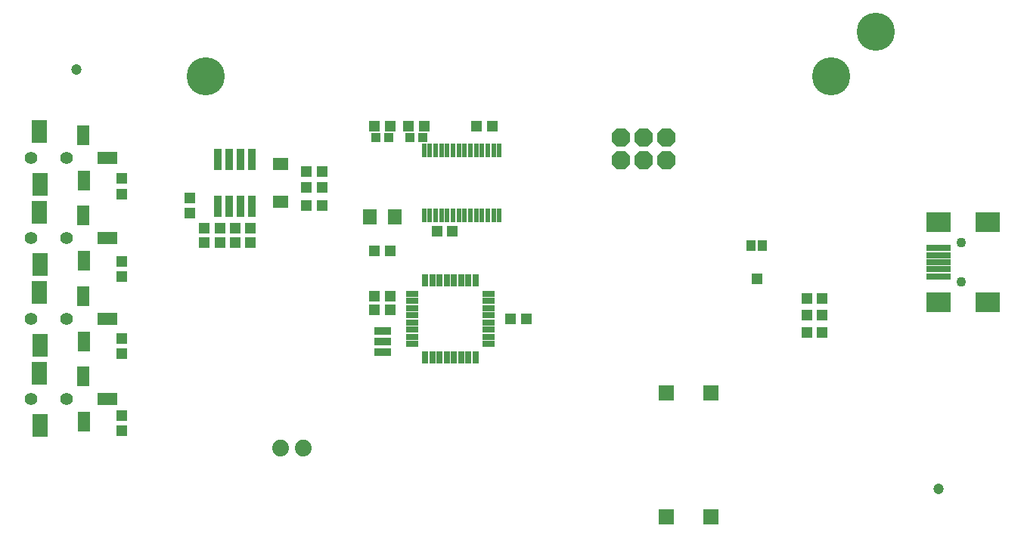
<source format=gbr>
G04 EAGLE Gerber RS-274X export*
G75*
%MOMM*%
%FSLAX34Y34*%
%LPD*%
%INSoldermask Top*%
%IPPOS*%
%AMOC8*
5,1,8,0,0,1.08239X$1,22.5*%
G01*
%ADD10R,2.703200X0.703200*%
%ADD11R,2.703200X2.203200*%
%ADD12C,1.103200*%
%ADD13R,1.303200X1.203200*%
%ADD14R,1.603200X1.803200*%
%ADD15R,0.551200X1.600200*%
%ADD16R,1.003200X1.003200*%
%ADD17R,1.473200X0.762000*%
%ADD18R,0.762000X1.473200*%
%ADD19P,2.254402X8X202.500000*%
%ADD20R,1.903200X0.903200*%
%ADD21R,1.669800X2.503200*%
%ADD22R,1.322200X2.303200*%
%ADD23R,1.347600X2.303200*%
%ADD24R,2.201600X1.373000*%
%ADD25C,1.403200*%
%ADD26R,1.003200X1.303200*%
%ADD27R,1.203200X1.303200*%
%ADD28R,1.753200X1.803200*%
%ADD29C,1.879600*%
%ADD30R,0.812800X2.413000*%
%ADD31R,1.673200X1.473200*%
%ADD32C,4.267200*%
%ADD33C,1.203200*%


D10*
X1029100Y304800D03*
X1029100Y296800D03*
X1029100Y320800D03*
X1029100Y312800D03*
D11*
X1084100Y349800D03*
X1084100Y259800D03*
X1029100Y349800D03*
X1029100Y259800D03*
D10*
X1029100Y288800D03*
D12*
X1054100Y282800D03*
X1054100Y326800D03*
D13*
X414900Y317500D03*
X397900Y317500D03*
D14*
X392400Y355600D03*
X420400Y355600D03*
D13*
X529200Y457200D03*
X512200Y457200D03*
D15*
X453050Y430260D03*
X459550Y430260D03*
X466050Y430260D03*
X472550Y430260D03*
X479050Y430260D03*
X485550Y430260D03*
X492050Y430260D03*
X505050Y430260D03*
X498550Y430260D03*
X511550Y430260D03*
X518050Y430260D03*
X524550Y430260D03*
X531050Y430260D03*
X537550Y430260D03*
X453050Y357140D03*
X459550Y357140D03*
X466050Y357140D03*
X472550Y357140D03*
X479050Y357140D03*
X485550Y357140D03*
X492050Y357140D03*
X498550Y357140D03*
X505050Y357140D03*
X511550Y357140D03*
X518050Y357140D03*
X524550Y357140D03*
X531050Y357140D03*
X537550Y357140D03*
D13*
X397900Y457200D03*
X414900Y457200D03*
X436000Y457200D03*
X453000Y457200D03*
D16*
X413900Y444500D03*
X398900Y444500D03*
X452000Y444500D03*
X437000Y444500D03*
D17*
X439674Y269300D03*
X439674Y261300D03*
X439674Y253300D03*
X439674Y245300D03*
X439674Y237300D03*
X439674Y229300D03*
X439674Y221300D03*
X439674Y213300D03*
D18*
X454600Y198374D03*
X462600Y198374D03*
X470600Y198374D03*
X478600Y198374D03*
X486600Y198374D03*
X494600Y198374D03*
X502600Y198374D03*
X510600Y198374D03*
D17*
X525526Y213300D03*
X525526Y221300D03*
X525526Y229300D03*
X525526Y237300D03*
X525526Y245300D03*
X525526Y253300D03*
X525526Y261300D03*
X525526Y269300D03*
D18*
X510600Y284226D03*
X502600Y284226D03*
X494600Y284226D03*
X486600Y284226D03*
X478600Y284226D03*
X470600Y284226D03*
X462600Y284226D03*
X454600Y284226D03*
D19*
X723900Y444500D03*
X723900Y419100D03*
X698500Y444500D03*
X698500Y419100D03*
X673100Y444500D03*
X673100Y419100D03*
D13*
X414900Y251460D03*
X397900Y251460D03*
X414900Y266700D03*
X397900Y266700D03*
X550300Y241300D03*
X567300Y241300D03*
D20*
X406400Y227900D03*
X406400Y215900D03*
X406400Y203900D03*
D13*
X467750Y339090D03*
X484750Y339090D03*
D21*
X22700Y451156D03*
X22860Y392124D03*
D22*
X72192Y396240D03*
D23*
X71684Y447040D03*
D24*
X98200Y421640D03*
D25*
X12700Y421640D03*
X52700Y421640D03*
D21*
X22700Y360986D03*
X22860Y301954D03*
D22*
X72192Y306070D03*
D23*
X71684Y356870D03*
D24*
X98200Y331470D03*
D25*
X12700Y331470D03*
X52700Y331470D03*
D21*
X22700Y270816D03*
X22860Y211784D03*
D22*
X72192Y215900D03*
D23*
X71684Y266700D03*
D24*
X98200Y241300D03*
D25*
X12700Y241300D03*
X52700Y241300D03*
D21*
X22700Y180646D03*
X22860Y121614D03*
D22*
X72192Y125730D03*
D23*
X71684Y176530D03*
D24*
X98200Y151130D03*
D25*
X12700Y151130D03*
X52700Y151130D03*
D26*
X832000Y323500D03*
X819000Y323500D03*
D27*
X825600Y286200D03*
D13*
X881770Y264160D03*
X898770Y264160D03*
D28*
X724300Y19150D03*
X774300Y19150D03*
X774300Y158650D03*
X724300Y158650D03*
D29*
X317500Y96200D03*
X292100Y96200D03*
D30*
X260350Y419862D03*
X247650Y419862D03*
X234950Y419862D03*
X222250Y419862D03*
X222250Y367538D03*
X234950Y367538D03*
X247650Y367538D03*
X260350Y367538D03*
D13*
X207400Y326390D03*
X224400Y326390D03*
X207400Y342900D03*
X224400Y342900D03*
D27*
X190500Y376800D03*
X190500Y359800D03*
D13*
X258690Y326390D03*
X241690Y326390D03*
X258690Y342900D03*
X241690Y342900D03*
D31*
X292100Y415200D03*
X292100Y372200D03*
D13*
X338700Y368300D03*
X321700Y368300D03*
X338700Y388620D03*
X321700Y388620D03*
X321700Y406400D03*
X338700Y406400D03*
D32*
X958800Y563400D03*
X908800Y513400D03*
X208800Y513400D03*
D27*
X114300Y398390D03*
X114300Y381390D03*
X114300Y305680D03*
X114300Y288680D03*
X114300Y219320D03*
X114300Y202320D03*
X114300Y132960D03*
X114300Y115960D03*
D13*
X898770Y245110D03*
X881770Y245110D03*
X898770Y226060D03*
X881770Y226060D03*
D33*
X63500Y520700D03*
X1028700Y50800D03*
M02*

</source>
